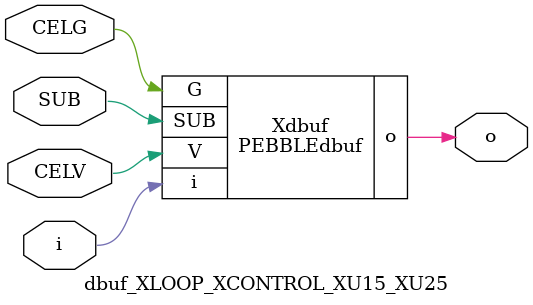
<source format=v>



module PEBBLEdbuf ( o, G, SUB, V, i );

  input V;
  input i;
  input G;
  output o;
  input SUB;
endmodule

//Celera Confidential Do Not Copy dbuf_XLOOP_XCONTROL_XU15_XU25
//Celera Confidential Symbol Generator
//Digital Buffer
module dbuf_XLOOP_XCONTROL_XU15_XU25 (CELV,CELG,i,o,SUB);
input CELV;
input CELG;
input i;
input SUB;
output o;

//Celera Confidential Do Not Copy dbuf
PEBBLEdbuf Xdbuf(
.V (CELV),
.i (i),
.o (o),
.SUB (SUB),
.G (CELG)
);
//,diesize,PEBBLEdbuf

//Celera Confidential Do Not Copy Module End
//Celera Schematic Generator
endmodule

</source>
